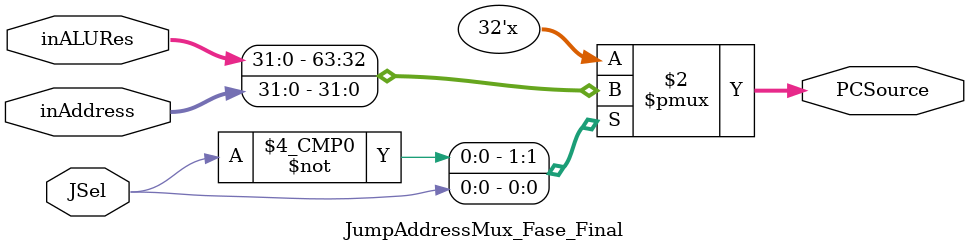
<source format=v>
module JumpAddressMux_Fase_Final(
	input [31:0]inAddress, inALURes,
	input JSel,
	output reg [31:0]PCSource
);

//2 - Declaracion de cables y registros

//3 - Cuerpo del modulo

//Bloque secuencial
always @*
begin
	case(JSel)
	1'b0:
		PCSource = inALURes;
	1'b1:
		PCSource = inAddress;
	endcase
end

endmodule

</source>
